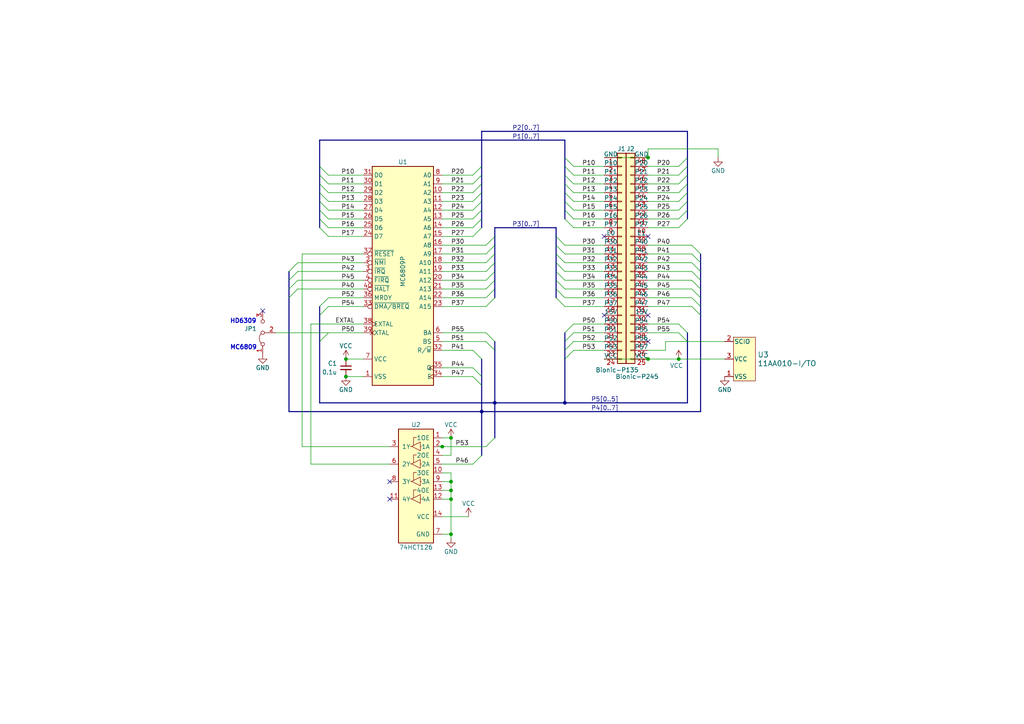
<source format=kicad_sch>
(kicad_sch (version 20230121) (generator eeschema)
  (paper "A4")
  (title_block (title "BionicMC6809") (date "2022-01-18") (rev "3") (company "Tadashi G. Takaoka"))
  (lib_symbols
    (symbol "0-LocalLibrary:11AA010-I_TO" (pin_names (offset 0.254))
      (property "Reference" "U" (at 2.54 1.27 0))
      (property "Value" "11AA010-I/TO" (at 3.81 -13.97 0))
      (symbol "11AA010-I_TO_1_1"
        (rectangle (start 0 0) (end 6.35 -12.7) (fill (type background)))
        (pin power_in line (at -2.54 -11.43 0) (length 2.54) (name "VSS") (number "1"))
        (pin bidirectional line (at -2.54 -1.27 0) (length 2.54) (name "SCIO") (number "2"))
        (pin power_in line (at -2.54 -6.35 0) (length 2.54) (name "VCC") (number "3"))
      )
    )
    (symbol "0-LocalLibrary:74HCT126" (pin_names (offset 1.016))
      (property "Reference" "U" (at 0 16.51 0))
      (property "Value" "74HCT126" (at 0 -19.05 0))
      (symbol "74HCT126_0_1"
        (polyline (pts (xy -1.2954 10.2108) (xy -1.6002 10.2108)))
        (polyline (pts (xy 1.2954 10.2362) (xy 1.651 10.2362)))
        (polyline (pts (xy 0.7112 10.5664) (xy 0.7112 12.827) (xy -0.127 12.827) (xy -0.1016 12.827)))
      )
      (symbol "74HCT126_1_0"
        (polyline (pts (xy 1.27 10.2362) (xy -1.27 11.5062) (xy -1.27 8.9662) (xy 1.27 10.2362)) (stroke (width 0.1524)))
        (pin input line (at -7.62 12.7 0) (length 2.54) (name "1OE") (number "1"))
        (pin input line (at -7.62 2.54 0) (length 2.54) (name "3OE") (number "10"))
        (pin tri_state line (at 7.62 -5.08 180) (length 2.54) (name "4Y") (number "11"))
        (pin input line (at -7.62 -5.08 0) (length 2.54) (name "4A") (number "12"))
        (pin input line (at -7.62 -2.54 0) (length 2.54) (name "4OE") (number "13"))
        (pin power_in line (at -7.62 -10.16 0) (length 2.54) (name "VCC") (number "14"))
        (pin input line (at -7.62 10.16 0) (length 2.54) (name "1A") (number "2"))
        (pin tri_state line (at 7.62 10.16 180) (length 2.54) (name "1Y") (number "3"))
        (pin input line (at -7.62 7.62 0) (length 2.54) (name "2OE") (number "4"))
        (pin input line (at -7.62 5.08 0) (length 2.54) (name "2A") (number "5"))
        (pin tri_state line (at 7.62 5.08 180) (length 2.54) (name "2Y") (number "6"))
        (pin power_in line (at -7.62 -15.24 0) (length 2.54) (name "GND") (number "7"))
        (pin tri_state line (at 7.62 0 180) (length 2.54) (name "3Y") (number "8"))
        (pin input line (at -7.62 0 0) (length 2.54) (name "3A") (number "9"))
      )
      (symbol "74HCT126_1_1"
        (rectangle (start -5.08 15.24) (end 5.08 -17.78) (stroke (width 0.254)) (fill (type background)))
        (polyline (pts (xy -1.2954 -5.0292) (xy -1.6002 -5.0292)))
        (polyline (pts (xy -1.2954 0.0508) (xy -1.6002 0.0508)))
        (polyline (pts (xy -1.2954 5.1308) (xy -1.6002 5.1308)))
        (polyline (pts (xy 1.2954 -5.0038) (xy 1.651 -5.0038)))
        (polyline (pts (xy 1.2954 0.0762) (xy 1.651 0.0762)))
        (polyline (pts (xy 1.2954 5.1562) (xy 1.651 5.1562)))
        (polyline (pts (xy 0.7112 -4.6736) (xy 0.7112 -2.413) (xy -0.127 -2.413) (xy -0.1016 -2.413)))
        (polyline (pts (xy 0.7112 0.4064) (xy 0.7112 2.667) (xy -0.127 2.667) (xy -0.1016 2.667)))
        (polyline (pts (xy 0.7112 5.4864) (xy 0.7112 7.747) (xy -0.127 7.747) (xy -0.1016 7.747)))
        (polyline (pts (xy 1.27 -5.0038) (xy -1.27 -3.7338) (xy -1.27 -6.2738) (xy 1.27 -5.0038)) (stroke (width 0.1524)))
        (polyline (pts (xy 1.27 0.0762) (xy -1.27 1.3462) (xy -1.27 -1.1938) (xy 1.27 0.0762)) (stroke (width 0.1524)))
        (polyline (pts (xy 1.27 5.1562) (xy -1.27 6.4262) (xy -1.27 3.8862) (xy 1.27 5.1562)) (stroke (width 0.1524)))
      )
    )
    (symbol "0-LocalLibrary:Bionic-P135" (pin_names (offset 0))
      (property "Reference" "J" (at 0 30.48 0))
      (property "Value" "Bionic-P135" (at -1.27 -33.02 0))
      (symbol "Bionic-P135_1_1"
        (rectangle (start -1.27 -30.353) (end 0 -30.607) (stroke (width 0.1524)))
        (rectangle (start -1.27 -27.813) (end 0 -28.067) (stroke (width 0.1524)))
        (rectangle (start -1.27 -25.273) (end 0 -25.527) (stroke (width 0.1524)))
        (rectangle (start -1.27 -22.733) (end 0 -22.987) (stroke (width 0.1524)))
        (rectangle (start -1.27 -20.193) (end 0 -20.447) (stroke (width 0.1524)))
        (rectangle (start -1.27 -17.653) (end 0 -17.907) (stroke (width 0.1524)))
        (rectangle (start -1.27 -15.113) (end 0 -15.367) (stroke (width 0.1524)))
        (rectangle (start -1.27 -12.573) (end 0 -12.827) (stroke (width 0.1524)))
        (rectangle (start -1.27 -10.033) (end 0 -10.287) (stroke (width 0.1524)))
        (rectangle (start -1.27 -7.493) (end 0 -7.747) (stroke (width 0.1524)))
        (rectangle (start -1.27 -4.953) (end 0 -5.207) (stroke (width 0.1524)))
        (rectangle (start -1.27 -2.413) (end 0 -2.667) (stroke (width 0.1524)))
        (rectangle (start -1.27 0.127) (end 0 -0.127) (stroke (width 0.1524)))
        (rectangle (start -1.27 2.667) (end 0 2.413) (stroke (width 0.1524)))
        (rectangle (start -1.27 5.207) (end 0 4.953) (stroke (width 0.1524)))
        (rectangle (start -1.27 7.747) (end 0 7.493) (stroke (width 0.1524)))
        (rectangle (start -1.27 10.287) (end 0 10.033) (stroke (width 0.1524)))
        (rectangle (start -1.27 12.827) (end 0 12.573) (stroke (width 0.1524)))
        (rectangle (start -1.27 15.367) (end 0 15.113) (stroke (width 0.1524)))
        (rectangle (start -1.27 17.907) (end 0 17.653) (stroke (width 0.1524)))
        (rectangle (start -1.27 20.447) (end 0 20.193) (stroke (width 0.1524)))
        (rectangle (start -1.27 22.987) (end 0 22.733) (stroke (width 0.1524)))
        (rectangle (start -1.27 25.527) (end 0 25.273) (stroke (width 0.1524)))
        (rectangle (start -1.27 28.067) (end 0 27.813) (stroke (width 0.1524)))
        (rectangle (start -1.27 29.21) (end 1.27 -31.75) (stroke (width 0.254)) (fill (type background)))
        (pin power_out line (at -5.08 27.94 0) (length 3.81) (name "GND") (number "1"))
        (pin bidirectional line (at -5.08 5.08 0) (length 3.81) (name "E0") (number "10"))
        (pin bidirectional line (at -5.08 2.54 0) (length 3.81) (name "P30") (number "11"))
        (pin bidirectional line (at -5.08 0 0) (length 3.81) (name "P31") (number "12"))
        (pin bidirectional line (at -5.08 -2.54 0) (length 3.81) (name "P32") (number "13"))
        (pin bidirectional line (at -5.08 -5.08 0) (length 3.81) (name "P33") (number "14"))
        (pin bidirectional line (at -5.08 -7.62 0) (length 3.81) (name "P34") (number "15"))
        (pin bidirectional line (at -5.08 -10.16 0) (length 3.81) (name "P35") (number "16"))
        (pin bidirectional line (at -5.08 -12.7 0) (length 3.81) (name "P36") (number "17"))
        (pin bidirectional line (at -5.08 -15.24 0) (length 3.81) (name "P37") (number "18"))
        (pin power_out line (at -5.08 -17.78 0) (length 3.81) (name "15V") (number "19"))
        (pin bidirectional line (at -5.08 25.4 0) (length 3.81) (name "P10") (number "2"))
        (pin bidirectional line (at -5.08 -20.32 0) (length 3.81) (name "P50") (number "20"))
        (pin bidirectional line (at -5.08 -22.86 0) (length 3.81) (name "P51") (number "21"))
        (pin bidirectional line (at -5.08 -25.4 0) (length 3.81) (name "P52") (number "22"))
        (pin bidirectional line (at -5.08 -27.94 0) (length 3.81) (name "P53") (number "23"))
        (pin power_out line (at -5.08 -30.48 0) (length 3.81) (name "VCC") (number "24"))
        (pin bidirectional line (at -5.08 22.86 0) (length 3.81) (name "P11") (number "3"))
        (pin bidirectional line (at -5.08 20.32 0) (length 3.81) (name "P12") (number "4"))
        (pin bidirectional line (at -5.08 17.78 0) (length 3.81) (name "P13") (number "5"))
        (pin bidirectional line (at -5.08 15.24 0) (length 3.81) (name "P14") (number "6"))
        (pin bidirectional line (at -5.08 12.7 0) (length 3.81) (name "P15") (number "7"))
        (pin bidirectional line (at -5.08 10.16 0) (length 3.81) (name "P16") (number "8"))
        (pin bidirectional line (at -5.08 7.62 0) (length 3.81) (name "P17") (number "9"))
      )
    )
    (symbol "0-LocalLibrary:Bionic-P245" (pin_names (offset 0))
      (property "Reference" "J" (at -3.81 30.48 0))
      (property "Value" "Bionic-P245" (at -1.27 -33.02 0))
      (symbol "Bionic-P245_1_1"
        (rectangle (start -5.08 -31.75) (end -2.54 29.21) (stroke (width 0.254)) (fill (type background)))
        (rectangle (start -3.81 -30.607) (end -2.54 -30.353) (stroke (width 0.1524)))
        (rectangle (start -3.81 -28.067) (end -2.54 -27.813) (stroke (width 0.1524)))
        (rectangle (start -3.81 -25.527) (end -2.54 -25.273) (stroke (width 0.1524)))
        (rectangle (start -3.81 -22.987) (end -2.54 -22.733) (stroke (width 0.1524)))
        (rectangle (start -3.81 -20.447) (end -2.54 -20.193) (stroke (width 0.1524)))
        (rectangle (start -3.81 -17.907) (end -2.54 -17.653) (stroke (width 0.1524)))
        (rectangle (start -3.81 -15.367) (end -2.54 -15.113) (stroke (width 0.1524)))
        (rectangle (start -3.81 -12.827) (end -2.54 -12.573) (stroke (width 0.1524)))
        (rectangle (start -3.81 -10.287) (end -2.54 -10.033) (stroke (width 0.1524)))
        (rectangle (start -3.81 -7.747) (end -2.54 -7.493) (stroke (width 0.1524)))
        (rectangle (start -3.81 -5.207) (end -2.54 -4.953) (stroke (width 0.1524)))
        (rectangle (start -3.81 -2.667) (end -2.54 -2.413) (stroke (width 0.1524)))
        (rectangle (start -3.81 -0.127) (end -2.54 0.127) (stroke (width 0.1524)))
        (rectangle (start -3.81 2.413) (end -2.54 2.667) (stroke (width 0.1524)))
        (rectangle (start -3.81 4.953) (end -2.54 5.207) (stroke (width 0.1524)))
        (rectangle (start -3.81 7.493) (end -2.54 7.747) (stroke (width 0.1524)))
        (rectangle (start -3.81 10.033) (end -2.54 10.287) (stroke (width 0.1524)))
        (rectangle (start -3.81 12.573) (end -2.54 12.827) (stroke (width 0.1524)))
        (rectangle (start -3.81 15.113) (end -2.54 15.367) (stroke (width 0.1524)))
        (rectangle (start -3.81 17.653) (end -2.54 17.907) (stroke (width 0.1524)))
        (rectangle (start -3.81 20.193) (end -2.54 20.447) (stroke (width 0.1524)))
        (rectangle (start -3.81 22.733) (end -2.54 22.987) (stroke (width 0.1524)))
        (rectangle (start -3.81 25.273) (end -2.54 25.527) (stroke (width 0.1524)))
        (rectangle (start -3.81 27.813) (end -2.54 28.067) (stroke (width 0.1524)))
        (pin power_in line (at 1.27 -30.48 180) (length 3.81) (name "VCC") (number "25"))
        (pin bidirectional line (at 1.27 -27.94 180) (length 3.81) (name "P57") (number "26"))
        (pin bidirectional line (at 1.27 -25.4 180) (length 3.81) (name "P56") (number "27"))
        (pin bidirectional line (at 1.27 -22.86 180) (length 3.81) (name "P55") (number "28"))
        (pin bidirectional line (at 1.27 -20.32 180) (length 3.81) (name "P54") (number "29"))
        (pin power_in line (at 1.27 -17.78 180) (length 3.81) (name "15V") (number "30"))
        (pin bidirectional line (at 1.27 -15.24 180) (length 3.81) (name "P47") (number "31"))
        (pin bidirectional line (at 1.27 -12.7 180) (length 3.81) (name "P46") (number "32"))
        (pin bidirectional line (at 1.27 -10.16 180) (length 3.81) (name "P45") (number "33"))
        (pin bidirectional line (at 1.27 -7.62 180) (length 3.81) (name "P44") (number "34"))
        (pin bidirectional line (at 1.27 -5.08 180) (length 3.81) (name "P43") (number "35"))
        (pin bidirectional line (at 1.27 -2.54 180) (length 3.81) (name "P42") (number "36"))
        (pin bidirectional line (at 1.27 0 180) (length 3.81) (name "P41") (number "37"))
        (pin bidirectional line (at 1.27 2.54 180) (length 3.81) (name "P40") (number "38"))
        (pin bidirectional line (at 1.27 5.08 180) (length 3.81) (name "E1") (number "39"))
        (pin bidirectional line (at 1.27 7.62 180) (length 3.81) (name "P27") (number "40"))
        (pin bidirectional line (at 1.27 10.16 180) (length 3.81) (name "P26") (number "41"))
        (pin bidirectional line (at 1.27 12.7 180) (length 3.81) (name "P25") (number "42"))
        (pin bidirectional line (at 1.27 15.24 180) (length 3.81) (name "P24") (number "43"))
        (pin bidirectional line (at 1.27 17.78 180) (length 3.81) (name "P23") (number "44"))
        (pin bidirectional line (at 1.27 20.32 180) (length 3.81) (name "P22") (number "45"))
        (pin bidirectional line (at 1.27 22.86 180) (length 3.81) (name "P21") (number "46"))
        (pin bidirectional line (at 1.27 25.4 180) (length 3.81) (name "P20") (number "47"))
        (pin power_in line (at 1.27 27.94 180) (length 3.81) (name "GND") (number "48"))
      )
    )
    (symbol "0-LocalLibrary:MC6809P"
      (property "Reference" "U" (at -1.27 31.75 0))
      (property "Value" "MC6809P" (at 0 -3.81 90))
      (symbol "MC6809P_0_1"
        (rectangle (start -8.89 -33.02) (end 8.89 30.48) (stroke (width 0.254)) (fill (type background)))
      )
      (symbol "MC6809P_1_1"
        (pin power_in line (at -11.43 -30.48 0) (length 2.54) (name "VSS") (number "1"))
        (pin output line (at 11.43 22.86 180) (length 2.54) (name "A2") (number "10"))
        (pin output line (at 11.43 20.32 180) (length 2.54) (name "A3") (number "11"))
        (pin output line (at 11.43 17.78 180) (length 2.54) (name "A4") (number "12"))
        (pin output line (at 11.43 15.24 180) (length 2.54) (name "A5") (number "13"))
        (pin output line (at 11.43 12.7 180) (length 2.54) (name "A6") (number "14"))
        (pin output line (at 11.43 10.16 180) (length 2.54) (name "A7") (number "15"))
        (pin output line (at 11.43 7.62 180) (length 2.54) (name "A8") (number "16"))
        (pin output line (at 11.43 5.08 180) (length 2.54) (name "A9") (number "17"))
        (pin output line (at 11.43 2.54 180) (length 2.54) (name "A10") (number "18"))
        (pin output line (at 11.43 0 180) (length 2.54) (name "A11") (number "19"))
        (pin input inverted (at -11.43 2.54 0) (length 2.54) (name "~{NMI}") (number "2"))
        (pin output line (at 11.43 -2.54 180) (length 2.54) (name "A12") (number "20"))
        (pin output line (at 11.43 -5.08 180) (length 2.54) (name "A13") (number "21"))
        (pin output line (at 11.43 -7.62 180) (length 2.54) (name "A14") (number "22"))
        (pin output line (at 11.43 -10.16 180) (length 2.54) (name "A15") (number "23"))
        (pin bidirectional line (at -11.43 10.16 0) (length 2.54) (name "D7") (number "24"))
        (pin bidirectional line (at -11.43 12.7 0) (length 2.54) (name "D6") (number "25"))
        (pin bidirectional line (at -11.43 15.24 0) (length 2.54) (name "D5") (number "26"))
        (pin bidirectional line (at -11.43 17.78 0) (length 2.54) (name "D4") (number "27"))
        (pin bidirectional line (at -11.43 20.32 0) (length 2.54) (name "D3") (number "28"))
        (pin bidirectional line (at -11.43 22.86 0) (length 2.54) (name "D2") (number "29"))
        (pin input inverted (at -11.43 0 0) (length 2.54) (name "~{IRQ}") (number "3"))
        (pin bidirectional line (at -11.43 25.4 0) (length 2.54) (name "D1") (number "30"))
        (pin bidirectional line (at -11.43 27.94 0) (length 2.54) (name "D0") (number "31"))
        (pin output line (at 11.43 -22.86 180) (length 2.54) (name "R/~{W}") (number "32"))
        (pin input inverted (at -11.43 -10.16 0) (length 2.54) (name "~{DMA/BREQ}") (number "33"))
        (pin output clock (at 11.43 -30.48 180) (length 2.54) (name "E") (number "34"))
        (pin output clock (at 11.43 -27.94 180) (length 2.54) (name "Q") (number "35"))
        (pin input line (at -11.43 -7.62 0) (length 2.54) (name "MRDY") (number "36"))
        (pin input inverted (at -11.43 5.08 0) (length 2.54) (name "~{RESET}") (number "37"))
        (pin input clock (at -11.43 -15.24 0) (length 2.54) (name "EXTAL") (number "38"))
        (pin passive non_logic (at -11.43 -17.78 0) (length 2.54) (name "XTAL") (number "39"))
        (pin input inverted (at -11.43 -2.54 0) (length 2.54) (name "~{FIRQ}") (number "4"))
        (pin input inverted (at -11.43 -5.08 0) (length 2.54) (name "~{HALT}") (number "40"))
        (pin output line (at 11.43 -20.32 180) (length 2.54) (name "BS") (number "5"))
        (pin output line (at 11.43 -17.78 180) (length 2.54) (name "BA") (number "6"))
        (pin power_in line (at -11.43 -25.4 0) (length 2.54) (name "VCC") (number "7"))
        (pin output line (at 11.43 27.94 180) (length 2.54) (name "A0") (number "8"))
        (pin output line (at 11.43 25.4 180) (length 2.54) (name "A1") (number "9"))
      )
    )
    (symbol "Device:C_Small" (pin_numbers hide) (pin_names (offset 0.254) hide)
      (property "Reference" "C" (at 0.254 1.778 0))
      (property "Value" "C_Small" (at 0.254 -2.032 0))
      (symbol "C_Small_0_1"
        (polyline (pts (xy -1.524 -0.508) (xy 1.524 -0.508)) (stroke (width 0.3302)))
        (polyline (pts (xy -1.524 0.508) (xy 1.524 0.508)) (stroke (width 0.3048)))
      )
      (symbol "C_Small_1_1"
        (pin passive line (at 0 2.54 270) (length 2.032) (name "~") (number "1"))
        (pin passive line (at 0 -2.54 90) (length 2.032) (name "~") (number "2"))
      )
    )
    (symbol "GND_1" (power) (pin_names (offset 0))
      (property "Value" "GND_1" (at 0 -3.81 0))
      (symbol "GND_1_0_1"
        (polyline (pts (xy 0 0) (xy 0 -1.27) (xy 1.27 -1.27) (xy 0 -2.54) (xy -1.27 -1.27) (xy 0 -1.27)))
      )
      (symbol "GND_1_1_1"
        (pin power_in line (at 0 0 270) (length 0) hide (name "GND") (number "1"))
      )
    )
    (symbol "Jumper:Jumper_3_Bridged12" (pin_names (offset 0) hide)
      (property "Reference" "JP" (at -2.54 -2.54 0))
      (property "Value" "Jumper_3_Bridged12" (at 0 2.794 0))
      (symbol "Jumper_3_Bridged12_0_0"
        (circle (center -3.302 0) (radius 0.508))
        (circle (center 0 0) (radius 0.508))
        (circle (center 3.302 0) (radius 0.508))
      )
      (symbol "Jumper_3_Bridged12_0_1"
        (arc (start -0.254 0.508) (mid -1.651 0.9912) (end -3.048 0.508))
        (polyline (pts (xy 0 -1.27) (xy 0 -0.508)))
      )
      (symbol "Jumper_3_Bridged12_1_1"
        (pin passive line (at -6.35 0 0) (length 2.54) (name "A") (number "1"))
        (pin passive line (at 0 -3.81 90) (length 2.54) (name "C") (number "2"))
        (pin passive line (at 6.35 0 180) (length 2.54) (name "B") (number "3"))
      )
    )
    (symbol "VCC_1" (power) (pin_names (offset 0))
      (property "Value" "VCC_1" (at 0 3.81 0))
      (symbol "VCC_1_0_1"
        (polyline (pts (xy -0.762 1.27) (xy 0 2.54)))
        (polyline (pts (xy 0 0) (xy 0 2.54)))
        (polyline (pts (xy 0 2.54) (xy 0.762 1.27)))
      )
      (symbol "VCC_1_1_1"
        (pin power_in line (at 0 0 90) (length 0) hide (name "VCC") (number "1"))
      )
    )
  )
  (junction (at 139.7 119.38))
  (junction (at 100.33 109.22))
  (junction (at 130.81 142.24))
  (junction (at 187.96 45.72))
  (junction (at 130.81 154.94))
  (junction (at 187.96 104.14))
  (junction (at 128.27 129.54))
  (junction (at 130.81 144.78))
  (junction (at 130.81 139.7))
  (junction (at 143.51 116.84))
  (junction (at 163.83 116.84))
  (junction (at 100.33 104.14))
  (junction (at 130.81 127))
  (junction (at 196.85 104.14))
  (no_connect (at 113.03 139.7))
  (no_connect (at 187.96 68.58))
  (no_connect (at 113.03 144.78))
  (no_connect (at 187.96 91.44))
  (no_connect (at 175.26 91.44))
  (no_connect (at 175.26 68.58))
  (no_connect (at 187.96 99.06))
  (no_connect (at 76.2 90.17))
  (bus_entry (at 139.7 132.08) (size -2.54 2.54))
  (bus_entry (at 95.25 66.04) (size -2.54 -2.54))
  (bus_entry (at 199.39 58.42) (size -2.54 2.54))
  (bus_entry (at 166.37 58.42) (size -2.54 -2.54))
  (bus_entry (at 200.66 86.36) (size 2.54 2.54))
  (bus_entry (at 200.66 78.74) (size 2.54 2.54))
  (bus_entry (at 166.37 66.04) (size -2.54 -2.54))
  (bus_entry (at 161.29 78.74) (size 2.54 2.54))
  (bus_entry (at 86.36 76.2) (size -2.54 2.54))
  (bus_entry (at 140.97 71.12) (size 2.54 -2.54))
  (bus_entry (at 139.7 50.8) (size -2.54 2.54))
  (bus_entry (at 139.7 60.96) (size -2.54 2.54))
  (bus_entry (at 199.39 45.72) (size -2.54 2.54))
  (bus_entry (at 143.51 127) (size -2.54 2.54))
  (bus_entry (at 139.7 66.04) (size -2.54 2.54))
  (bus_entry (at 199.39 63.5) (size -2.54 2.54))
  (bus_entry (at 166.37 63.5) (size -2.54 -2.54))
  (bus_entry (at 95.25 53.34) (size -2.54 -2.54))
  (bus_entry (at 166.37 48.26) (size -2.54 -2.54))
  (bus_entry (at 166.37 50.8) (size -2.54 -2.54))
  (bus_entry (at 166.37 96.52) (size -2.54 2.54))
  (bus_entry (at 166.37 99.06) (size -2.54 2.54))
  (bus_entry (at 199.39 55.88) (size -2.54 2.54))
  (bus_entry (at 95.25 50.8) (size -2.54 -2.54))
  (bus_entry (at 200.66 73.66) (size 2.54 2.54))
  (bus_entry (at 200.66 83.82) (size 2.54 2.54))
  (bus_entry (at 199.39 60.96) (size -2.54 2.54))
  (bus_entry (at 95.25 55.88) (size -2.54 -2.54))
  (bus_entry (at 139.7 55.88) (size -2.54 2.54))
  (bus_entry (at 95.25 68.58) (size -2.54 -2.54))
  (bus_entry (at 166.37 93.98) (size -2.54 2.54))
  (bus_entry (at 163.83 71.12) (size -2.54 -2.54))
  (bus_entry (at 161.29 81.28) (size 2.54 2.54))
  (bus_entry (at 140.97 78.74) (size 2.54 -2.54))
  (bus_entry (at 161.29 76.2) (size 2.54 2.54))
  (bus_entry (at 200.66 76.2) (size 2.54 2.54))
  (bus_entry (at 196.85 96.52) (size 2.54 2.54))
  (bus_entry (at 140.97 99.06) (size 2.54 2.54))
  (bus_entry (at 200.66 81.28) (size 2.54 2.54))
  (bus_entry (at 139.7 53.34) (size -2.54 2.54))
  (bus_entry (at 139.7 58.42) (size -2.54 2.54))
  (bus_entry (at 140.97 96.52) (size 2.54 2.54))
  (bus_entry (at 166.37 53.34) (size -2.54 -2.54))
  (bus_entry (at 95.25 63.5) (size -2.54 -2.54))
  (bus_entry (at 86.36 81.28) (size -2.54 2.54))
  (bus_entry (at 199.39 50.8) (size -2.54 2.54))
  (bus_entry (at 166.37 101.6) (size -2.54 2.54))
  (bus_entry (at 166.37 60.96) (size -2.54 -2.54))
  (bus_entry (at 200.66 88.9) (size 2.54 2.54))
  (bus_entry (at 161.29 83.82) (size 2.54 2.54))
  (bus_entry (at 199.39 53.34) (size -2.54 2.54))
  (bus_entry (at 95.25 58.42) (size -2.54 -2.54))
  (bus_entry (at 200.66 71.12) (size 2.54 2.54))
  (bus_entry (at 140.97 73.66) (size 2.54 -2.54))
  (bus_entry (at 140.97 76.2) (size 2.54 -2.54))
  (bus_entry (at 95.25 86.36) (size -2.54 2.54))
  (bus_entry (at 139.7 48.26) (size -2.54 2.54))
  (bus_entry (at 161.29 86.36) (size 2.54 2.54))
  (bus_entry (at 95.25 60.96) (size -2.54 -2.54))
  (bus_entry (at 166.37 55.88) (size -2.54 -2.54))
  (bus_entry (at 161.29 71.12) (size 2.54 2.54))
  (bus_entry (at 86.36 83.82) (size -2.54 2.54))
  (bus_entry (at 199.39 48.26) (size -2.54 2.54))
  (bus_entry (at 95.25 88.9) (size -2.54 2.54))
  (bus_entry (at 140.97 83.82) (size 2.54 -2.54))
  (bus_entry (at 137.16 101.6) (size 2.54 2.54))
  (bus_entry (at 86.36 78.74) (size -2.54 2.54))
  (bus_entry (at 137.16 109.22) (size 2.54 2.54))
  (bus_entry (at 140.97 86.36) (size 2.54 -2.54))
  (bus_entry (at 140.97 88.9) (size 2.54 -2.54))
  (bus_entry (at 95.25 96.52) (size -2.54 2.54))
  (bus_entry (at 137.16 106.68) (size 2.54 2.54))
  (bus_entry (at 140.97 81.28) (size 2.54 -2.54))
  (bus_entry (at 139.7 63.5) (size -2.54 2.54))
  (bus_entry (at 196.85 93.98) (size 2.54 2.54))
  (bus_entry (at 161.29 73.66) (size 2.54 2.54))
  (bus (pts (xy 143.51 83.82) (xy 143.51 86.36)))
  (wire (pts (xy 128.27 129.54) (xy 140.97 129.54)))
  (bus (pts (xy 163.83 58.42) (xy 163.83 60.96)))
  (wire (pts (xy 196.85 104.14) (xy 210.185 104.14)))
  (wire (pts (xy 105.41 53.34) (xy 95.25 53.34)))
  (wire (pts (xy 187.96 58.42) (xy 196.85 58.42)))
  (bus (pts (xy 92.71 60.96) (xy 92.71 63.5)))
  (wire (pts (xy 87.63 129.54) (xy 87.63 73.66)))
  (wire (pts (xy 127 129.54) (xy 128.27 129.54)))
  (wire (pts (xy 193.04 101.6) (xy 193.04 99.06)))
  (wire (pts (xy 128.27 50.8) (xy 137.16 50.8)))
  (wire (pts (xy 128.27 137.16) (xy 130.81 137.16)))
  (bus (pts (xy 161.29 66.04) (xy 161.29 68.58)))
  (wire (pts (xy 175.26 96.52) (xy 166.37 96.52)))
  (wire (pts (xy 130.81 127) (xy 130.81 132.08)))
  (wire (pts (xy 128.27 86.36) (xy 140.97 86.36)))
  (bus (pts (xy 139.7 104.14) (xy 139.7 109.22)))
  (bus (pts (xy 203.2 119.38) (xy 139.7 119.38)))
  (bus (pts (xy 83.82 81.28) (xy 83.82 83.82)))
  (wire (pts (xy 187.96 60.96) (xy 196.85 60.96)))
  (bus (pts (xy 163.83 40.64) (xy 163.83 45.72)))
  (wire (pts (xy 128.27 154.94) (xy 130.81 154.94)))
  (wire (pts (xy 187.96 101.6) (xy 193.04 101.6)))
  (bus (pts (xy 139.7 58.42) (xy 139.7 60.96)))
  (wire (pts (xy 95.25 88.9) (xy 105.41 88.9)))
  (wire (pts (xy 113.03 129.54) (xy 87.63 129.54)))
  (wire (pts (xy 105.41 50.8) (xy 95.25 50.8)))
  (bus (pts (xy 163.83 53.34) (xy 163.83 55.88)))
  (wire (pts (xy 128.27 139.7) (xy 130.81 139.7)))
  (bus (pts (xy 143.51 68.58) (xy 143.51 66.04)))
  (bus (pts (xy 199.39 96.52) (xy 199.39 99.06)))
  (bus (pts (xy 161.29 71.12) (xy 161.29 73.66)))
  (bus (pts (xy 199.39 99.06) (xy 199.39 116.84)))
  (bus (pts (xy 92.71 88.9) (xy 92.71 91.44)))
  (bus (pts (xy 203.2 76.2) (xy 203.2 78.74)))
  (wire (pts (xy 128.27 88.9) (xy 140.97 88.9)))
  (bus (pts (xy 143.51 76.2) (xy 143.51 78.74)))
  (wire (pts (xy 86.36 78.74) (xy 105.41 78.74)))
  (bus (pts (xy 139.7 48.26) (xy 139.7 50.8)))
  (wire (pts (xy 105.41 68.58) (xy 95.25 68.58)))
  (bus (pts (xy 203.2 88.9) (xy 203.2 91.44)))
  (bus (pts (xy 92.71 50.8) (xy 92.71 53.34)))
  (bus (pts (xy 139.7 38.1) (xy 139.7 48.26)))
  (wire (pts (xy 166.37 101.6) (xy 175.26 101.6)))
  (bus (pts (xy 163.83 45.72) (xy 163.83 48.26)))
  (wire (pts (xy 175.26 66.04) (xy 166.37 66.04)))
  (wire (pts (xy 128.27 134.62) (xy 137.16 134.62)))
  (bus (pts (xy 199.39 53.34) (xy 199.39 55.88)))
  (bus (pts (xy 139.7 55.88) (xy 139.7 58.42)))
  (bus (pts (xy 139.7 50.8) (xy 139.7 53.34)))
  (wire (pts (xy 128.27 142.24) (xy 130.81 142.24)))
  (bus (pts (xy 92.71 116.84) (xy 143.51 116.84)))
  (bus (pts (xy 163.83 116.84) (xy 199.39 116.84)))
  (wire (pts (xy 175.26 60.96) (xy 166.37 60.96)))
  (bus (pts (xy 92.71 99.06) (xy 92.71 116.84)))
  (bus (pts (xy 161.29 78.74) (xy 161.29 81.28)))
  (wire (pts (xy 208.28 43.18) (xy 208.28 45.72)))
  (wire (pts (xy 80.01 96.52) (xy 95.25 96.52)))
  (wire (pts (xy 113.03 134.62) (xy 90.17 134.62)))
  (wire (pts (xy 128.27 71.12) (xy 140.97 71.12)))
  (wire (pts (xy 128.27 96.52) (xy 140.97 96.52)))
  (wire (pts (xy 175.26 76.2) (xy 163.83 76.2)))
  (wire (pts (xy 187.96 55.88) (xy 196.85 55.88)))
  (bus (pts (xy 139.7 38.1) (xy 199.39 38.1)))
  (wire (pts (xy 187.96 43.18) (xy 208.28 43.18)))
  (wire (pts (xy 105.41 55.88) (xy 95.25 55.88)))
  (bus (pts (xy 143.51 116.84) (xy 163.83 116.84)))
  (bus (pts (xy 161.29 81.28) (xy 161.29 83.82)))
  (wire (pts (xy 175.26 93.98) (xy 166.37 93.98)))
  (wire (pts (xy 199.39 99.06) (xy 210.185 99.06)))
  (wire (pts (xy 95.25 86.36) (xy 105.41 86.36)))
  (wire (pts (xy 187.96 83.82) (xy 200.66 83.82)))
  (bus (pts (xy 92.71 91.44) (xy 92.71 99.06)))
  (wire (pts (xy 128.27 76.2) (xy 140.97 76.2)))
  (bus (pts (xy 199.39 45.72) (xy 199.39 48.26)))
  (wire (pts (xy 95.25 96.52) (xy 105.41 96.52)))
  (wire (pts (xy 187.96 81.28) (xy 200.66 81.28)))
  (bus (pts (xy 203.2 86.36) (xy 203.2 88.9)))
  (bus (pts (xy 163.83 48.26) (xy 163.83 50.8)))
  (bus (pts (xy 92.71 63.5) (xy 92.71 66.04)))
  (wire (pts (xy 175.26 83.82) (xy 163.83 83.82)))
  (wire (pts (xy 105.41 66.04) (xy 95.25 66.04)))
  (wire (pts (xy 86.36 81.28) (xy 105.41 81.28)))
  (wire (pts (xy 128.27 132.08) (xy 130.81 132.08)))
  (bus (pts (xy 163.83 99.06) (xy 163.83 101.6)))
  (wire (pts (xy 128.27 55.88) (xy 137.16 55.88)))
  (wire (pts (xy 187.96 43.18) (xy 187.96 45.72)))
  (wire (pts (xy 175.26 78.74) (xy 163.83 78.74)))
  (wire (pts (xy 128.27 68.58) (xy 137.16 68.58)))
  (bus (pts (xy 92.71 58.42) (xy 92.71 60.96)))
  (bus (pts (xy 203.2 81.28) (xy 203.2 83.82)))
  (wire (pts (xy 175.26 73.66) (xy 163.83 73.66)))
  (wire (pts (xy 187.96 71.12) (xy 200.66 71.12)))
  (wire (pts (xy 187.96 78.74) (xy 200.66 78.74)))
  (bus (pts (xy 139.7 109.22) (xy 139.7 111.76)))
  (bus (pts (xy 143.51 116.84) (xy 143.51 127)))
  (wire (pts (xy 128.27 99.06) (xy 140.97 99.06)))
  (wire (pts (xy 163.83 88.9) (xy 175.26 88.9)))
  (wire (pts (xy 187.96 63.5) (xy 196.85 63.5)))
  (wire (pts (xy 128.27 66.04) (xy 137.16 66.04)))
  (wire (pts (xy 187.96 66.04) (xy 196.85 66.04)))
  (wire (pts (xy 187.96 50.8) (xy 196.85 50.8)))
  (wire (pts (xy 87.63 73.66) (xy 105.41 73.66)))
  (wire (pts (xy 100.33 109.22) (xy 105.41 109.22)))
  (wire (pts (xy 163.83 86.36) (xy 175.26 86.36)))
  (bus (pts (xy 203.2 73.66) (xy 203.2 76.2)))
  (wire (pts (xy 175.26 63.5) (xy 166.37 63.5)))
  (wire (pts (xy 193.04 99.06) (xy 199.39 99.06)))
  (bus (pts (xy 203.2 91.44) (xy 203.2 119.38)))
  (bus (pts (xy 139.7 60.96) (xy 139.7 63.5)))
  (wire (pts (xy 130.81 142.24) (xy 130.81 144.78)))
  (bus (pts (xy 139.7 63.5) (xy 139.7 66.04)))
  (bus (pts (xy 83.82 83.82) (xy 83.82 86.36)))
  (wire (pts (xy 130.81 144.78) (xy 130.81 154.94)))
  (bus (pts (xy 139.7 119.38) (xy 83.82 119.38)))
  (wire (pts (xy 187.96 93.98) (xy 196.85 93.98)))
  (wire (pts (xy 128.27 73.66) (xy 140.97 73.66)))
  (wire (pts (xy 128.27 149.86) (xy 135.89 149.86)))
  (bus (pts (xy 143.51 68.58) (xy 143.51 71.12)))
  (wire (pts (xy 187.96 53.34) (xy 196.85 53.34)))
  (bus (pts (xy 163.83 96.52) (xy 163.83 99.06)))
  (bus (pts (xy 143.51 71.12) (xy 143.51 73.66)))
  (wire (pts (xy 175.26 58.42) (xy 166.37 58.42)))
  (wire (pts (xy 187.96 96.52) (xy 196.85 96.52)))
  (wire (pts (xy 175.26 48.26) (xy 166.37 48.26)))
  (wire (pts (xy 187.96 73.66) (xy 200.66 73.66)))
  (bus (pts (xy 199.39 58.42) (xy 199.39 60.96)))
  (wire (pts (xy 175.26 50.8) (xy 166.37 50.8)))
  (wire (pts (xy 128.27 81.28) (xy 140.97 81.28)))
  (wire (pts (xy 175.26 81.28) (xy 163.83 81.28)))
  (wire (pts (xy 130.81 137.16) (xy 130.81 139.7)))
  (bus (pts (xy 143.51 81.28) (xy 143.51 83.82)))
  (wire (pts (xy 128.27 53.34) (xy 137.16 53.34)))
  (bus (pts (xy 199.39 38.1) (xy 199.39 45.72)))
  (bus (pts (xy 161.29 83.82) (xy 161.29 86.36)))
  (wire (pts (xy 128.27 144.78) (xy 130.81 144.78)))
  (wire (pts (xy 105.41 58.42) (xy 95.25 58.42)))
  (bus (pts (xy 161.29 68.58) (xy 161.29 71.12)))
  (bus (pts (xy 199.39 50.8) (xy 199.39 53.34)))
  (wire (pts (xy 128.27 60.96) (xy 137.16 60.96)))
  (bus (pts (xy 139.7 119.38) (xy 139.7 132.08)))
  (bus (pts (xy 139.7 53.34) (xy 139.7 55.88)))
  (wire (pts (xy 175.26 55.88) (xy 166.37 55.88)))
  (bus (pts (xy 199.39 55.88) (xy 199.39 58.42)))
  (wire (pts (xy 128.27 101.6) (xy 137.16 101.6)))
  (bus (pts (xy 203.2 83.82) (xy 203.2 86.36)))
  (wire (pts (xy 105.41 60.96) (xy 95.25 60.96)))
  (bus (pts (xy 92.71 53.34) (xy 92.71 55.88)))
  (bus (pts (xy 161.29 76.2) (xy 161.29 78.74)))
  (bus (pts (xy 92.71 55.88) (xy 92.71 58.42)))
  (wire (pts (xy 175.26 104.14) (xy 187.96 104.14)))
  (wire (pts (xy 128.27 83.82) (xy 140.97 83.82)))
  (bus (pts (xy 163.83 104.14) (xy 163.83 116.84)))
  (bus (pts (xy 203.2 78.74) (xy 203.2 81.28)))
  (wire (pts (xy 105.41 63.5) (xy 95.25 63.5)))
  (wire (pts (xy 175.26 71.12) (xy 163.83 71.12)))
  (wire (pts (xy 128.27 127) (xy 130.81 127)))
  (bus (pts (xy 143.51 66.04) (xy 161.29 66.04)))
  (wire (pts (xy 90.17 93.98) (xy 105.41 93.98)))
  (bus (pts (xy 139.7 111.76) (xy 139.7 119.38)))
  (bus (pts (xy 199.39 48.26) (xy 199.39 50.8)))
  (bus (pts (xy 92.71 40.64) (xy 92.71 48.26)))
  (bus (pts (xy 163.83 60.96) (xy 163.83 63.5)))
  (wire (pts (xy 86.36 76.2) (xy 105.41 76.2)))
  (bus (pts (xy 199.39 60.96) (xy 199.39 63.5)))
  (bus (pts (xy 83.82 78.74) (xy 83.82 81.28)))
  (wire (pts (xy 175.26 45.72) (xy 187.96 45.72)))
  (wire (pts (xy 128.27 78.74) (xy 140.97 78.74)))
  (wire (pts (xy 175.26 99.06) (xy 166.37 99.06)))
  (wire (pts (xy 130.81 156.21) (xy 130.81 154.94)))
  (wire (pts (xy 187.96 104.14) (xy 196.85 104.14)))
  (wire (pts (xy 187.96 88.9) (xy 200.66 88.9)))
  (wire (pts (xy 128.27 58.42) (xy 137.16 58.42)))
  (wire (pts (xy 175.26 53.34) (xy 166.37 53.34)))
  (bus (pts (xy 92.71 40.64) (xy 163.83 40.64)))
  (wire (pts (xy 128.27 109.22) (xy 137.16 109.22)))
  (wire (pts (xy 86.36 83.82) (xy 105.41 83.82)))
  (wire (pts (xy 90.17 134.62) (xy 90.17 93.98)))
  (bus (pts (xy 143.51 73.66) (xy 143.51 76.2)))
  (wire (pts (xy 187.96 86.36) (xy 200.66 86.36)))
  (bus (pts (xy 163.83 101.6) (xy 163.83 104.14)))
  (wire (pts (xy 100.33 104.14) (xy 105.41 104.14)))
  (bus (pts (xy 143.51 101.6) (xy 143.51 116.84)))
  (bus (pts (xy 143.51 78.74) (xy 143.51 81.28)))
  (bus (pts (xy 163.83 50.8) (xy 163.83 53.34)))
  (wire (pts (xy 187.96 48.26) (xy 196.85 48.26)))
  (bus (pts (xy 83.82 119.38) (xy 83.82 86.36)))
  (bus (pts (xy 161.29 73.66) (xy 161.29 76.2)))
  (wire (pts (xy 130.81 139.7) (xy 130.81 142.24)))
  (wire (pts (xy 128.27 63.5) (xy 137.16 63.5)))
  (bus (pts (xy 163.83 55.88) (xy 163.83 58.42)))
  (wire (pts (xy 137.16 106.68) (xy 128.27 106.68)))
  (bus (pts (xy 92.71 48.26) (xy 92.71 50.8)))
  (bus (pts (xy 143.51 99.06) (xy 143.51 101.6)))
  (wire (pts (xy 187.96 76.2) (xy 200.66 76.2)))
  (text "MC6809" (at 66.675 101.6 0) (effects (font (size 1.27 1.27) (thickness 0.254) bold) (justify left bottom)))
  (text "HD6309" (at 66.675 93.98 0) (effects (font (size 1.27 1.27) (thickness 0.254) bold) (justify left bottom)))
  (label "P45" (at 102.87 81.28 180))
  (label "P10" (at 102.87 50.8 180))
  (label "P50" (at 102.87 96.52 180))
  (label "P11" (at 102.87 53.34 180))
  (label "P46" (at 132.08 134.62 0))
  (label "P43" (at 102.87 76.2 180))
  (label "P53" (at 132.08 129.54 0))
  (label "P20" (at 130.81 50.8 0))
  (label "P40" (at 190.5 71.12 0))
  (label "P35" (at 130.81 83.82 0))
  (label "P27" (at 190.5 66.04 0))
  (label "P41" (at 130.81 101.6 0))
  (label "P20" (at 190.5 48.26 0))
  (label "P31" (at 172.72 73.66 180))
  (label "P37" (at 172.72 88.9 180))
  (label "P3[0..7]" (at 148.59 66.04 0))
  (label "P14" (at 172.72 58.42 180))
  (label "P25" (at 190.5 60.96 0))
  (label "P33" (at 172.72 78.74 180))
  (label "P21" (at 130.81 53.34 0))
  (label "P15" (at 172.72 60.96 180))
  (label "P36" (at 172.72 86.36 180))
  (label "P52" (at 172.72 99.06 180))
  (label "P51" (at 130.81 99.06 0))
  (label "P21" (at 190.5 50.8 0))
  (label "P17" (at 172.72 66.04 180))
  (label "P36" (at 130.81 86.36 0))
  (label "P52" (at 102.87 86.36 180))
  (label "P12" (at 102.87 55.88 180))
  (label "P50" (at 172.72 93.98 180))
  (label "P16" (at 172.72 63.5 180))
  (label "P51" (at 172.72 96.52 180))
  (label "P22" (at 190.5 53.34 0))
  (label "P47" (at 190.5 88.9 0))
  (label "P40" (at 102.87 83.82 180))
  (label "P4[0..7]" (at 171.45 119.38 0))
  (label "P10" (at 172.72 48.26 180))
  (label "P23" (at 190.5 55.88 0))
  (label "P23" (at 130.81 58.42 0))
  (label "P42" (at 102.87 78.74 180))
  (label "P44" (at 190.5 81.28 0))
  (label "EXTAL" (at 102.87 93.98 180))
  (label "P54" (at 102.87 88.9 180))
  (label "P13" (at 172.72 55.88 180))
  (label "P47" (at 130.81 109.22 0))
  (label "P12" (at 172.72 53.34 180))
  (label "P44" (at 130.81 106.68 0))
  (label "P54" (at 190.5 93.98 0))
  (label "P26" (at 190.5 63.5 0))
  (label "P31" (at 130.81 73.66 0))
  (label "P42" (at 190.5 76.2 0))
  (label "P11" (at 172.72 50.8 180))
  (label "P17" (at 102.87 68.58 180))
  (label "P37" (at 130.81 88.9 0))
  (label "P33" (at 130.81 78.74 0))
  (label "P30" (at 172.72 71.12 180))
  (label "P5[0..5]" (at 171.45 116.84 0))
  (label "P35" (at 172.72 83.82 180))
  (label "P53" (at 172.72 101.6 180))
  (label "P55" (at 130.81 96.52 0))
  (label "P1[0..7]" (at 148.59 40.64 0))
  (label "P22" (at 130.81 55.88 0))
  (label "P16" (at 102.87 66.04 180))
  (label "P14" (at 102.87 60.96 180))
  (label "P25" (at 130.81 63.5 0))
  (label "P43" (at 190.5 78.74 0))
  (label "P2[0..7]" (at 148.59 38.1 0))
  (label "P32" (at 130.81 76.2 0))
  (label "P46" (at 190.5 86.36 0))
  (label "P34" (at 172.72 81.28 180))
  (label "P27" (at 130.81 68.58 0))
  (label "P26" (at 130.81 66.04 0))
  (label "P30" (at 130.81 71.12 0))
  (label "P24" (at 190.5 58.42 0))
  (label "P24" (at 130.81 60.96 0))
  (label "P34" (at 130.81 81.28 0))
  (label "P32" (at 172.72 76.2 180))
  (label "P45" (at 190.5 83.82 0))
  (label "P13" (at 102.87 58.42 180))
  (label "P15" (at 102.87 63.5 180))
  (label "P41" (at 190.5 73.66 0))
  (label "P55" (at 190.5 96.52 0))
  (symbol (lib_id "Device:C_Small") (at 100.33 106.68 0) (mirror y) (unit 1)
    (property "Reference" "C1" (at 97.79 105.41 0) (effects (justify left)))
    (property "Value" "0.1u" (at 97.79 107.95 0) (effects (justify left)))
    (property "Footprint" "Capacitor_THT:C_Disc_D3.4mm_W2.1mm_P2.50mm" (effects hide))
  )
  (symbol (lib_id "0-LocalLibrary:74HCT126") (at 120.65 139.7 0) (mirror y) (unit 1)
    (property "Reference" "U2" (at 120.65 123.19 0))
    (property "Value" "74HCT126" (at 120.65 158.75 0))
    (property "Footprint" "Package_DIP:DIP-14_W7.62mm" (effects hide))
    (property "Datasheet" "https://www.ti.com/lit/ds/symlink/cd74hct126.pdf" (effects hide))
  )
  (symbol (lib_id "Jumper:Jumper_3_Bridged12") (at 76.2 96.52 90) (unit 1)
    (property "Reference" "JP1" (at 74.4982 95.3516 90) (effects (justify left)))
    (property "Value" "HD63/MC68" (effects hide))
    (property "Footprint" "Connector_PinHeader_2.54mm:PinHeader_1x03_P2.54mm_Vertical" (effects hide))
  )
  (symbol (lib_id "0-LocalLibrary:MC6809P") (at 116.84 78.74 0) (unit 1)
    (property "Reference" "U1" (at 116.84 46.99 0))
    (property "Value" "MC6809P" (at 116.84 78.74 90))
    (property "Footprint" "Package_DIP:DIP-40_W15.24mm" (effects hide))
    (property "Datasheet" "https://pdf1.alldatasheet.jp/datasheet-pdf/view/4143/MOTOROLA/MC6809.html" (effects hide))
  )
  (symbol (lib_name "VCC_1") (lib_id "power:VCC") (at 130.81 127 0) (unit 1)
    (property "Reference" "#PWR012" (effects hide))
    (property "Value" "VCC" (at 130.81 123.19 0))
  )
  (symbol (lib_id "0-LocalLibrary:Bionic-P135") (at 180.34 73.66 0) (unit 1)
    (property "Reference" "J1" (at 179.07 43.18 0) (effects (justify left)))
    (property "Value" "Bionic-P135" (at 172.72 107.315 0) (effects (justify left)))
    (property "Footprint" "connector:Bionic-P135_Vertical" (effects hide))
  )
  (symbol (lib_id "0-LocalLibrary:11AA010-I_TO") (at 212.725 97.79 0) (unit 1)
    (property "Reference" "U3" (at 219.71 102.87 0) (effects (font (size 1.524 1.524)) (justify left)))
    (property "Value" "11AA010-I/TO" (at 219.71 105.41 0) (effects (font (size 1.524 1.524)) (justify left)))
    (property "Footprint" "TO-92_MC_MCH" (effects hide))
    (property "Datasheet" "11AA010-I/TO" (effects hide))
  )
  (symbol (lib_id "0-LocalLibrary:Bionic-P245") (at 186.69 73.66 0) (unit 1)
    (property "Reference" "J2" (at 182.88 43.18 0))
    (property "Value" "Bionic-P245" (at 184.785 109.22 0))
    (property "Footprint" "connector:Bionic-P245_Vertical" (effects hide))
  )
  (symbol (lib_name "GND_1") (lib_id "power:GND") (at 208.28 45.72 0) (unit 1)
    (property "Reference" "#PWR010" (effects hide))
    (property "Value" "GND" (at 208.28 49.53 0))
  )
  (symbol (lib_name "GND_1") (lib_id "power:GND") (at 130.81 156.21 0) (unit 1)
    (property "Reference" "#PWR01" (effects hide))
    (property "Value" "GND" (at 130.81 160.02 0))
  )
  (symbol (lib_name "VCC_1") (lib_id "power:VCC") (at 100.33 104.14 0) (unit 1)
    (property "Reference" "#PWR014" (effects hide))
    (property "Value" "VCC" (at 100.33 100.33 0))
  )
  (symbol (lib_name "GND_1") (lib_id "power:GND") (at 210.185 109.22 0) (unit 1)
    (property "Reference" "#PWR02" (effects hide))
    (property "Value" "GND" (at 210.185 113.03 0))
  )
  (symbol (lib_name "VCC_1") (lib_id "power:VCC") (at 135.89 149.86 0) (unit 1)
    (property "Reference" "#PWR013" (effects hide))
    (property "Value" "VCC" (at 135.89 146.05 0))
  )
  (symbol (lib_name "GND_1") (lib_id "power:GND") (at 76.2 102.87 0) (unit 1)
    (property "Reference" "#PWR09" (effects hide))
    (property "Value" "GND" (at 76.2 106.68 0))
  )
  (symbol (lib_name "VCC_1") (lib_id "power:VCC") (at 196.85 104.14 0) (unit 1)
    (property "Reference" "#PWR011" (effects hide))
    (property "Value" "VCC" (at 196.215 106.045 0))
  )
  (symbol (lib_name "GND_1") (lib_id "power:GND") (at 100.33 109.22 0) (unit 1)
    (property "Reference" "#PWR05" (effects hide))
    (property "Value" "GND" (at 100.33 113.03 0))
  )
)
</source>
